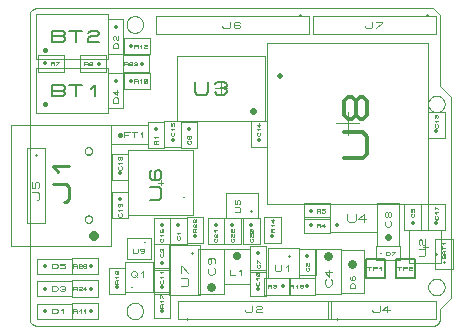
<source format=gbr>
G04 PROTEUS RS274X GERBER FILE*
%FSLAX45Y45*%
%MOMM*%
G01*
%ADD46C,0.025400*%
%ADD97C,0.400000*%
%ADD98C,0.160210*%
%ADD99C,0.840000*%
%ADD100C,0.226600*%
%ADD101C,0.320000*%
%ADD102C,0.067010*%
%ADD103C,0.212000*%
%ADD104C,0.089940*%
%ADD105C,0.050000*%
%ADD106C,0.571500*%
%ADD107C,0.172100*%
%ADD108C,0.102520*%
%ADD109C,0.270000*%
%ADD110C,0.180000*%
%ADD111C,0.162330*%
%ADD112C,0.110220*%
%ADD113C,0.495000*%
%ADD114C,0.330430*%
%ADD115C,0.304800*%
%ADD116C,0.044440*%
%ADD117C,0.140000*%
%ADD118C,0.063280*%
%ADD119C,0.254000*%
%ADD120C,0.094230*%
%ADD121C,0.420000*%
%ADD122C,0.067500*%
%ADD11C,0.200000*%
%ADD123C,0.046190*%
%ADD124C,0.800000*%
%ADD125C,0.066190*%
%ADD126C,0.076610*%
%ADD48C,0.127000*%
%ADD127C,0.558800*%
%ADD128C,0.084240*%
%ADD129C,0.680000*%
%ADD130C,0.069940*%
%ADD131C,0.268000*%
%ADD132C,0.083280*%
%ADD133C,0.041590*%
%ADD134C,0.720000*%
%ADD135C,0.099560*%
D46*
X+52000Y+2254050D02*
X+662000Y+2254050D01*
X+662000Y+2639050D01*
X+52000Y+2639050D01*
X+52000Y+2254050D01*
D97*
X+127000Y+2334050D02*
X+127000Y+2334050D01*
D98*
X+188852Y+2398487D02*
X+188852Y+2494613D01*
X+278970Y+2494613D01*
X+296993Y+2478592D01*
X+296993Y+2462571D01*
X+278970Y+2446550D01*
X+296993Y+2430529D01*
X+296993Y+2414508D01*
X+278970Y+2398487D01*
X+188852Y+2398487D01*
X+188852Y+2446550D02*
X+278970Y+2446550D01*
X+333041Y+2494613D02*
X+441182Y+2494613D01*
X+387111Y+2494613D02*
X+387111Y+2398487D01*
X+495253Y+2478592D02*
X+513277Y+2494613D01*
X+567348Y+2494613D01*
X+585371Y+2478592D01*
X+585371Y+2462571D01*
X+567348Y+2446550D01*
X+513277Y+2446550D01*
X+495253Y+2430529D01*
X+495253Y+2398487D01*
X+585371Y+2398487D01*
D46*
X+52000Y+1793650D02*
X+662000Y+1793650D01*
X+662000Y+2178650D01*
X+52000Y+2178650D01*
X+52000Y+1793650D01*
D97*
X+127000Y+1873650D02*
X+127000Y+1873650D01*
D98*
X+188852Y+1938087D02*
X+188852Y+2034213D01*
X+278970Y+2034213D01*
X+296993Y+2018192D01*
X+296993Y+2002171D01*
X+278970Y+1986150D01*
X+296993Y+1970129D01*
X+296993Y+1954108D01*
X+278970Y+1938087D01*
X+188852Y+1938087D01*
X+188852Y+1986150D02*
X+278970Y+1986150D01*
X+333041Y+2034213D02*
X+441182Y+2034213D01*
X+387111Y+2034213D02*
X+387111Y+1938087D01*
X+513277Y+2002171D02*
X+549324Y+2034213D01*
X+549324Y+1938087D01*
D46*
X+527500Y+898650D02*
X+527388Y+901346D01*
X+526477Y+906739D01*
X+524572Y+912132D01*
X+521457Y+917525D01*
X+516694Y+922850D01*
X+511301Y+926766D01*
X+505908Y+929265D01*
X+500515Y+930679D01*
X+495122Y+931150D01*
X+495000Y+931150D01*
X+462500Y+898650D02*
X+462612Y+901346D01*
X+463523Y+906739D01*
X+465428Y+912132D01*
X+468543Y+917525D01*
X+473306Y+922850D01*
X+478699Y+926766D01*
X+484092Y+929265D01*
X+489485Y+930679D01*
X+494878Y+931150D01*
X+495000Y+931150D01*
X+462500Y+898650D02*
X+462612Y+895954D01*
X+463523Y+890561D01*
X+465428Y+885168D01*
X+468543Y+879775D01*
X+473306Y+874450D01*
X+478699Y+870534D01*
X+484092Y+868035D01*
X+489485Y+866621D01*
X+494878Y+866150D01*
X+495000Y+866150D01*
X+527500Y+898650D02*
X+527388Y+895954D01*
X+526477Y+890561D01*
X+524572Y+885168D01*
X+521457Y+879775D01*
X+516694Y+874450D01*
X+511301Y+870534D01*
X+505908Y+868035D01*
X+500515Y+866621D01*
X+495122Y+866150D01*
X+495000Y+866150D01*
X+527500Y+1476650D02*
X+527388Y+1479346D01*
X+526477Y+1484739D01*
X+524572Y+1490132D01*
X+521457Y+1495525D01*
X+516694Y+1500850D01*
X+511301Y+1504766D01*
X+505908Y+1507265D01*
X+500515Y+1508679D01*
X+495122Y+1509150D01*
X+495000Y+1509150D01*
X+462500Y+1476650D02*
X+462612Y+1479346D01*
X+463523Y+1484739D01*
X+465428Y+1490132D01*
X+468543Y+1495525D01*
X+473306Y+1500850D01*
X+478699Y+1504766D01*
X+484092Y+1507265D01*
X+489485Y+1508679D01*
X+494878Y+1509150D01*
X+495000Y+1509150D01*
X+462500Y+1476650D02*
X+462612Y+1473954D01*
X+463523Y+1468561D01*
X+465428Y+1463168D01*
X+468543Y+1457775D01*
X+473306Y+1452450D01*
X+478699Y+1448534D01*
X+484092Y+1446035D01*
X+489485Y+1444621D01*
X+494878Y+1444150D01*
X+495000Y+1444150D01*
X+527500Y+1476650D02*
X+527388Y+1473954D01*
X+526477Y+1468561D01*
X+524572Y+1463168D01*
X+521457Y+1457775D01*
X+516694Y+1452450D01*
X+511301Y+1448534D01*
X+505908Y+1446035D01*
X+500515Y+1444621D01*
X+495122Y+1444150D01*
X+495000Y+1444150D01*
X-158400Y+673300D02*
X+686150Y+673300D01*
X+686150Y+1695650D01*
X-158400Y+1695650D01*
X-158400Y+673300D01*
D99*
X+545000Y+755650D02*
X+545000Y+755650D01*
D100*
X+286536Y+1043342D02*
X+309196Y+1043342D01*
X+331857Y+1068834D01*
X+331857Y+1170806D01*
X+309196Y+1196299D01*
X+195894Y+1196299D01*
X+241215Y+1298270D02*
X+195894Y+1349256D01*
X+331857Y+1349256D01*
D46*
X+63375Y+57150D02*
X+355475Y+57150D01*
X+355475Y+184150D01*
X+63375Y+184150D01*
X+63375Y+57150D01*
D101*
X+127000Y+120650D02*
X+127000Y+120650D01*
D102*
X+189560Y+100546D02*
X+189560Y+140755D01*
X+219716Y+140755D01*
X+234794Y+127352D01*
X+234794Y+113949D01*
X+219716Y+100546D01*
X+189560Y+100546D01*
X+264951Y+127352D02*
X+280029Y+140755D01*
X+280029Y+100546D01*
D46*
X+663500Y+2300175D02*
X+790500Y+2300175D01*
X+790500Y+2592275D01*
X+663500Y+2592275D01*
X+663500Y+2300175D01*
D101*
X+727000Y+2528650D02*
X+727000Y+2528650D01*
D102*
X+747104Y+2345464D02*
X+706895Y+2345464D01*
X+706895Y+2375620D01*
X+720298Y+2390698D01*
X+733701Y+2390698D01*
X+747104Y+2375620D01*
X+747104Y+2345464D01*
X+713597Y+2413316D02*
X+706895Y+2420855D01*
X+706895Y+2443472D01*
X+713597Y+2451011D01*
X+720298Y+2451011D01*
X+727000Y+2443472D01*
X+727000Y+2420855D01*
X+733701Y+2413316D01*
X+747104Y+2413316D01*
X+747104Y+2451011D01*
D46*
X+63375Y+247650D02*
X+355475Y+247650D01*
X+355475Y+374650D01*
X+63375Y+374650D01*
X+63375Y+247650D01*
D101*
X+127000Y+311150D02*
X+127000Y+311150D01*
D102*
X+189560Y+291046D02*
X+189560Y+331255D01*
X+219716Y+331255D01*
X+234794Y+317852D01*
X+234794Y+304449D01*
X+219716Y+291046D01*
X+189560Y+291046D01*
X+257412Y+324553D02*
X+264951Y+331255D01*
X+287568Y+331255D01*
X+295107Y+324553D01*
X+295107Y+317852D01*
X+287568Y+311150D01*
X+295107Y+304449D01*
X+295107Y+297747D01*
X+287568Y+291046D01*
X+264951Y+291046D01*
X+257412Y+297747D01*
X+272490Y+311150D02*
X+287568Y+311150D01*
D46*
X+63375Y+438150D02*
X+355475Y+438150D01*
X+355475Y+565150D01*
X+63375Y+565150D01*
X+63375Y+438150D01*
D101*
X+127000Y+501650D02*
X+127000Y+501650D01*
D102*
X+189560Y+481546D02*
X+189560Y+521755D01*
X+219716Y+521755D01*
X+234794Y+508352D01*
X+234794Y+494949D01*
X+219716Y+481546D01*
X+189560Y+481546D01*
X+295107Y+521755D02*
X+257412Y+521755D01*
X+257412Y+508352D01*
X+287568Y+508352D01*
X+295107Y+501650D01*
X+295107Y+488247D01*
X+287568Y+481546D01*
X+264951Y+481546D01*
X+257412Y+488247D01*
D46*
X+663500Y+1840175D02*
X+790500Y+1840175D01*
X+790500Y+2132275D01*
X+663500Y+2132275D01*
X+663500Y+1840175D01*
D101*
X+727000Y+2068650D02*
X+727000Y+2068650D01*
D102*
X+747104Y+1885464D02*
X+706895Y+1885464D01*
X+706895Y+1915620D01*
X+720298Y+1930698D01*
X+733701Y+1930698D01*
X+747104Y+1915620D01*
X+747104Y+1885464D01*
X+733701Y+1991011D02*
X+733701Y+1945777D01*
X+706895Y+1975933D01*
X+747104Y+1975933D01*
D46*
X+3347700Y+646750D02*
X+3347700Y+686750D01*
X+3327700Y+666750D02*
X+3367700Y+666750D01*
X+3212700Y+526750D02*
X+3482700Y+526750D01*
X+3482700Y+806750D01*
X+3212700Y+806750D01*
X+3212700Y+526750D01*
D103*
X+3441700Y+601750D02*
X+3441700Y+601750D01*
D104*
X+3294282Y+585799D02*
X+3339255Y+585799D01*
X+3348249Y+595917D01*
X+3348249Y+636393D01*
X+3339255Y+646512D01*
X+3294282Y+646512D01*
X+3303276Y+676868D02*
X+3294282Y+686987D01*
X+3294282Y+717344D01*
X+3303276Y+727463D01*
X+3312271Y+727463D01*
X+3321265Y+717344D01*
X+3321265Y+686987D01*
X+3330260Y+676868D01*
X+3348249Y+676868D01*
X+3348249Y+727463D01*
D105*
X+1992200Y+2280550D02*
X+1242200Y+2280550D01*
X+1242200Y+1730550D01*
X+1992200Y+1730550D01*
X+1992200Y+2280550D01*
X+1617200Y+1955550D02*
X+1617200Y+2055550D01*
X+1567200Y+2005550D02*
X+1667200Y+2005550D01*
D106*
X+1887200Y+1815050D02*
X+1887200Y+1815050D01*
D107*
X+1394273Y+2057180D02*
X+1394273Y+1971130D01*
X+1413634Y+1953920D01*
X+1491079Y+1953920D01*
X+1510440Y+1971130D01*
X+1510440Y+2057180D01*
X+1568524Y+2039970D02*
X+1587885Y+2057180D01*
X+1645969Y+2057180D01*
X+1665330Y+2039970D01*
X+1665330Y+2022760D01*
X+1645969Y+2005550D01*
X+1665330Y+1988340D01*
X+1665330Y+1971130D01*
X+1645969Y+1953920D01*
X+1587885Y+1953920D01*
X+1568524Y+1971130D01*
X+1607246Y+2005550D02*
X+1645969Y+2005550D01*
D46*
X+2538550Y+788200D02*
X+2938550Y+788200D01*
X+2938550Y+1028200D01*
X+2538550Y+1028200D01*
X+2538550Y+788200D01*
D101*
X+2603550Y+848200D02*
X+2603550Y+848200D01*
D108*
X+2687415Y+938957D02*
X+2687415Y+887695D01*
X+2698948Y+877443D01*
X+2745083Y+877443D01*
X+2756617Y+887695D01*
X+2756617Y+938957D01*
X+2848887Y+897948D02*
X+2779685Y+897948D01*
X+2825820Y+938957D01*
X+2825820Y+877443D01*
D46*
X+1661150Y+909800D02*
X+1927850Y+909800D01*
X+1927850Y+1120600D01*
X+1661150Y+1120600D01*
X+1661150Y+909800D01*
D109*
X+1874500Y+965200D02*
X+1874500Y+965200D01*
D102*
X+1740376Y+955008D02*
X+1773816Y+955008D01*
X+1780504Y+962532D01*
X+1780504Y+992628D01*
X+1773816Y+1000152D01*
X+1740376Y+1000152D01*
X+1740376Y+1060344D02*
X+1740376Y+1022724D01*
X+1753752Y+1022724D01*
X+1753752Y+1052820D01*
X+1760440Y+1060344D01*
X+1773816Y+1060344D01*
X+1780504Y+1052820D01*
X+1780504Y+1030248D01*
X+1773816Y+1022724D01*
D46*
X+1127500Y+1207650D02*
X+1087500Y+1207650D01*
X+1107500Y+1187650D02*
X+1107500Y+1227650D01*
X+832500Y+932650D02*
X+1382500Y+932650D01*
X+1382500Y+1482650D01*
X+832500Y+1482650D01*
X+832500Y+932650D01*
D110*
X+1302500Y+1087650D02*
X+1302500Y+1087650D01*
D111*
X+1013664Y+1061547D02*
X+1094832Y+1061547D01*
X+1111066Y+1079809D01*
X+1111066Y+1152861D01*
X+1094832Y+1171124D01*
X+1013664Y+1171124D01*
X+1029898Y+1317227D02*
X+1013664Y+1298964D01*
X+1013664Y+1244175D01*
X+1029898Y+1225912D01*
X+1094832Y+1225912D01*
X+1111066Y+1244175D01*
X+1111066Y+1298964D01*
X+1094832Y+1317227D01*
X+1078599Y+1317227D01*
X+1062365Y+1298964D01*
X+1062365Y+1225912D01*
D46*
X+1174750Y+257300D02*
X+1441450Y+257300D01*
X+1441450Y+676400D01*
X+1174750Y+676400D01*
X+1174750Y+257300D01*
D109*
X+1375550Y+612900D02*
X+1375550Y+612900D01*
D112*
X+1275033Y+328515D02*
X+1330145Y+328515D01*
X+1341167Y+340915D01*
X+1341167Y+390515D01*
X+1330145Y+402915D01*
X+1275033Y+402915D01*
X+1275033Y+440115D02*
X+1275033Y+502115D01*
X+1286055Y+502115D01*
X+1341167Y+440115D01*
D46*
X+2589900Y+1709650D02*
X+2789900Y+1709650D01*
X+2689900Y+1809650D02*
X+2689900Y+1609650D01*
X+2009900Y+1029650D02*
X+3369900Y+1029650D01*
X+3369900Y+2389650D01*
X+2009900Y+2389650D01*
X+2009900Y+1029650D01*
D113*
X+2119900Y+2109650D02*
X+2119900Y+2109650D01*
D114*
X+2658779Y+1412257D02*
X+2823997Y+1412257D01*
X+2857041Y+1449431D01*
X+2857041Y+1598127D01*
X+2823997Y+1635301D01*
X+2658779Y+1635301D01*
X+2757910Y+1783998D02*
X+2724866Y+1746824D01*
X+2691823Y+1746824D01*
X+2658779Y+1783998D01*
X+2658779Y+1895520D01*
X+2691823Y+1932694D01*
X+2724866Y+1932694D01*
X+2757910Y+1895520D01*
X+2757910Y+1783998D01*
X+2790954Y+1746824D01*
X+2823997Y+1746824D01*
X+2857041Y+1783998D01*
X+2857041Y+1895520D01*
X+2823997Y+1932694D01*
X+2790954Y+1932694D01*
X+2757910Y+1895520D01*
D46*
X+794000Y+1998650D02*
X+1014000Y+1998650D01*
X+1014000Y+2138650D01*
X+794000Y+2138650D01*
X+794000Y+1998650D01*
D115*
X+854000Y+2068650D02*
X+854000Y+2068650D01*
D116*
X+882258Y+2055317D02*
X+882258Y+2081983D01*
X+907256Y+2081983D01*
X+912256Y+2077539D01*
X+912256Y+2073094D01*
X+907256Y+2068650D01*
X+882258Y+2068650D01*
X+907256Y+2068650D02*
X+912256Y+2064206D01*
X+912256Y+2055317D01*
X+932255Y+2073094D02*
X+942255Y+2081983D01*
X+942255Y+2055317D01*
X+962254Y+2059761D02*
X+962254Y+2077539D01*
X+967253Y+2081983D01*
X+987252Y+2081983D01*
X+992252Y+2077539D01*
X+992252Y+2059761D01*
X+987252Y+2055317D01*
X+967253Y+2055317D01*
X+962254Y+2059761D01*
X+962254Y+2055317D02*
X+992252Y+2081983D01*
D46*
X+356890Y+241150D02*
X+576890Y+241150D01*
X+576890Y+381150D01*
X+356890Y+381150D01*
X+356890Y+241150D01*
D115*
X+516890Y+311150D02*
X+516890Y+311150D01*
D116*
X+368638Y+297817D02*
X+368638Y+324483D01*
X+393636Y+324483D01*
X+398636Y+320039D01*
X+398636Y+315594D01*
X+393636Y+311150D01*
X+368638Y+311150D01*
X+393636Y+311150D02*
X+398636Y+306706D01*
X+398636Y+297817D01*
X+413635Y+320039D02*
X+418635Y+324483D01*
X+433634Y+324483D01*
X+438634Y+320039D01*
X+438634Y+315594D01*
X+433634Y+311150D01*
X+418635Y+311150D01*
X+413635Y+306706D01*
X+413635Y+297817D01*
X+438634Y+297817D01*
X+478632Y+306706D02*
X+448634Y+306706D01*
X+468633Y+324483D01*
X+468633Y+297817D01*
D46*
X+356890Y+431650D02*
X+576890Y+431650D01*
X+576890Y+571650D01*
X+356890Y+571650D01*
X+356890Y+431650D01*
D115*
X+516890Y+501650D02*
X+516890Y+501650D01*
D116*
X+368638Y+488317D02*
X+368638Y+514983D01*
X+393636Y+514983D01*
X+398636Y+510539D01*
X+398636Y+506094D01*
X+393636Y+501650D01*
X+368638Y+501650D01*
X+393636Y+501650D02*
X+398636Y+497206D01*
X+398636Y+488317D01*
X+413635Y+510539D02*
X+418635Y+514983D01*
X+433634Y+514983D01*
X+438634Y+510539D01*
X+438634Y+506094D01*
X+433634Y+501650D01*
X+418635Y+501650D01*
X+413635Y+497206D01*
X+413635Y+488317D01*
X+438634Y+488317D01*
X+478632Y+510539D02*
X+473632Y+514983D01*
X+458633Y+514983D01*
X+453633Y+510539D01*
X+453633Y+492761D01*
X+458633Y+488317D01*
X+473632Y+488317D01*
X+478632Y+492761D01*
X+478632Y+497206D01*
X+473632Y+501650D01*
X+453633Y+501650D01*
D46*
X+356890Y+50650D02*
X+576890Y+50650D01*
X+576890Y+190650D01*
X+356890Y+190650D01*
X+356890Y+50650D01*
D115*
X+516890Y+120650D02*
X+516890Y+120650D01*
D116*
X+368638Y+107317D02*
X+368638Y+133983D01*
X+393636Y+133983D01*
X+398636Y+129539D01*
X+398636Y+125094D01*
X+393636Y+120650D01*
X+368638Y+120650D01*
X+393636Y+120650D02*
X+398636Y+116206D01*
X+398636Y+107317D01*
X+418635Y+125094D02*
X+428635Y+133983D01*
X+428635Y+107317D01*
X+458633Y+125094D02*
X+468633Y+133983D01*
X+468633Y+107317D01*
D46*
X+785440Y+2144700D02*
X+1005440Y+2144700D01*
X+1005440Y+2284700D01*
X+785440Y+2284700D01*
X+785440Y+2144700D01*
D115*
X+945440Y+2214700D02*
X+945440Y+2214700D01*
D116*
X+797188Y+2201367D02*
X+797188Y+2228033D01*
X+822186Y+2228033D01*
X+827186Y+2223589D01*
X+827186Y+2219144D01*
X+822186Y+2214700D01*
X+797188Y+2214700D01*
X+822186Y+2214700D02*
X+827186Y+2210256D01*
X+827186Y+2201367D01*
X+842185Y+2223589D02*
X+847185Y+2228033D01*
X+862184Y+2228033D01*
X+867184Y+2223589D01*
X+867184Y+2219144D01*
X+862184Y+2214700D01*
X+847185Y+2214700D01*
X+842185Y+2210256D01*
X+842185Y+2201367D01*
X+867184Y+2201367D01*
X+882183Y+2223589D02*
X+887183Y+2228033D01*
X+902182Y+2228033D01*
X+907182Y+2223589D01*
X+907182Y+2219144D01*
X+902182Y+2214700D01*
X+907182Y+2210256D01*
X+907182Y+2205811D01*
X+902182Y+2201367D01*
X+887183Y+2201367D01*
X+882183Y+2205811D01*
X+892183Y+2214700D02*
X+902182Y+2214700D01*
D46*
X+525000Y+898650D02*
X+524897Y+901139D01*
X+524055Y+906119D01*
X+522295Y+911099D01*
X+519418Y+916079D01*
X+515017Y+920995D01*
X+510037Y+924609D01*
X+505057Y+926914D01*
X+500077Y+928217D01*
X+495097Y+928650D01*
X+495000Y+928650D01*
X+465000Y+898650D02*
X+465103Y+901139D01*
X+465945Y+906119D01*
X+467705Y+911099D01*
X+470582Y+916079D01*
X+474983Y+920995D01*
X+479963Y+924609D01*
X+484943Y+926914D01*
X+489923Y+928217D01*
X+494903Y+928650D01*
X+495000Y+928650D01*
X+465000Y+898650D02*
X+465103Y+896161D01*
X+465945Y+891181D01*
X+467705Y+886201D01*
X+470582Y+881221D01*
X+474983Y+876305D01*
X+479963Y+872691D01*
X+484943Y+870386D01*
X+489923Y+869083D01*
X+494903Y+868650D01*
X+495000Y+868650D01*
X+525000Y+898650D02*
X+524897Y+896161D01*
X+524055Y+891181D01*
X+522295Y+886201D01*
X+519418Y+881221D01*
X+515017Y+876305D01*
X+510037Y+872691D01*
X+505057Y+870386D01*
X+500077Y+869083D01*
X+495097Y+868650D01*
X+495000Y+868650D01*
X+525000Y+1476650D02*
X+524897Y+1479139D01*
X+524055Y+1484119D01*
X+522295Y+1489099D01*
X+519418Y+1494079D01*
X+515017Y+1498995D01*
X+510037Y+1502609D01*
X+505057Y+1504914D01*
X+500077Y+1506217D01*
X+495097Y+1506650D01*
X+495000Y+1506650D01*
X+465000Y+1476650D02*
X+465103Y+1479139D01*
X+465945Y+1484119D01*
X+467705Y+1489099D01*
X+470582Y+1494079D01*
X+474983Y+1498995D01*
X+479963Y+1502609D01*
X+484943Y+1504914D01*
X+489923Y+1506217D01*
X+494903Y+1506650D01*
X+495000Y+1506650D01*
X+465000Y+1476650D02*
X+465103Y+1474161D01*
X+465945Y+1469181D01*
X+467705Y+1464201D01*
X+470582Y+1459221D01*
X+474983Y+1454305D01*
X+479963Y+1450691D01*
X+484943Y+1448386D01*
X+489923Y+1447083D01*
X+494903Y+1446650D01*
X+495000Y+1446650D01*
X+525000Y+1476650D02*
X+524897Y+1474161D01*
X+524055Y+1469181D01*
X+522295Y+1464201D01*
X+519418Y+1459221D01*
X+515017Y+1454305D01*
X+510037Y+1450691D01*
X+505057Y+1448386D01*
X+500077Y+1447083D01*
X+495097Y+1446650D01*
X+495000Y+1446650D01*
X+825600Y+561400D02*
X+1025600Y+561400D01*
X+1025600Y+741400D01*
X+825600Y+741400D01*
X+825600Y+561400D01*
D117*
X+978300Y+708900D02*
X+978300Y+708900D01*
D118*
X+868648Y+649999D02*
X+868648Y+618359D01*
X+875767Y+612031D01*
X+904243Y+612031D01*
X+911362Y+618359D01*
X+911362Y+649999D01*
X+968314Y+637343D02*
X+961195Y+631015D01*
X+939838Y+631015D01*
X+932719Y+637343D01*
X+932719Y+643671D01*
X+939838Y+649999D01*
X+961195Y+649999D01*
X+968314Y+643671D01*
X+968314Y+618359D01*
X+961195Y+612031D01*
X+939838Y+612031D01*
D46*
X+959000Y+2546350D02*
X+958761Y+2552129D01*
X+956819Y+2563689D01*
X+952756Y+2575249D01*
X+946123Y+2586809D01*
X+935976Y+2598247D01*
X+924416Y+2606730D01*
X+912856Y+2612160D01*
X+901296Y+2615262D01*
X+889736Y+2616346D01*
X+889000Y+2616350D01*
X+819000Y+2546350D02*
X+819239Y+2552129D01*
X+821181Y+2563689D01*
X+825244Y+2575249D01*
X+831877Y+2586809D01*
X+842024Y+2598247D01*
X+853584Y+2606730D01*
X+865144Y+2612160D01*
X+876704Y+2615262D01*
X+888264Y+2616346D01*
X+889000Y+2616350D01*
X+819000Y+2546350D02*
X+819239Y+2540571D01*
X+821181Y+2529011D01*
X+825244Y+2517451D01*
X+831877Y+2505891D01*
X+842024Y+2494453D01*
X+853584Y+2485970D01*
X+865144Y+2480540D01*
X+876704Y+2477438D01*
X+888264Y+2476354D01*
X+889000Y+2476350D01*
X+959000Y+2546350D02*
X+958761Y+2540571D01*
X+956819Y+2529011D01*
X+952756Y+2517451D01*
X+946123Y+2505891D01*
X+935976Y+2494453D01*
X+924416Y+2485970D01*
X+912856Y+2480540D01*
X+901296Y+2477438D01*
X+889736Y+2476354D01*
X+889000Y+2476350D01*
X+959000Y+120650D02*
X+958761Y+126429D01*
X+956819Y+137989D01*
X+952756Y+149549D01*
X+946123Y+161109D01*
X+935976Y+172547D01*
X+924416Y+181030D01*
X+912856Y+186460D01*
X+901296Y+189562D01*
X+889736Y+190646D01*
X+889000Y+190650D01*
X+819000Y+120650D02*
X+819239Y+126429D01*
X+821181Y+137989D01*
X+825244Y+149549D01*
X+831877Y+161109D01*
X+842024Y+172547D01*
X+853584Y+181030D01*
X+865144Y+186460D01*
X+876704Y+189562D01*
X+888264Y+190646D01*
X+889000Y+190650D01*
X+819000Y+120650D02*
X+819239Y+114871D01*
X+821181Y+103311D01*
X+825244Y+91751D01*
X+831877Y+80191D01*
X+842024Y+68753D01*
X+853584Y+60270D01*
X+865144Y+54840D01*
X+876704Y+51738D01*
X+888264Y+50654D01*
X+889000Y+50650D01*
X+959000Y+120650D02*
X+958761Y+114871D01*
X+956819Y+103311D01*
X+952756Y+91751D01*
X+946123Y+80191D01*
X+935976Y+68753D01*
X+924416Y+60270D01*
X+912856Y+54840D01*
X+901296Y+51738D01*
X+889736Y+50654D01*
X+889000Y+50650D01*
X+1066800Y+2470150D02*
X+2362200Y+2470150D01*
X+2362200Y+2622550D01*
X+1066800Y+2622550D01*
X+1066800Y+2470150D01*
D119*
X+2286000Y+2628900D02*
X+2286000Y+2628900D01*
D120*
X+1629690Y+2533116D02*
X+1629690Y+2523693D01*
X+1640291Y+2514269D01*
X+1682696Y+2514269D01*
X+1693297Y+2523693D01*
X+1693297Y+2570810D01*
X+1778107Y+2561386D02*
X+1767506Y+2570810D01*
X+1735702Y+2570810D01*
X+1725101Y+2561386D01*
X+1725101Y+2523693D01*
X+1735702Y+2514269D01*
X+1767506Y+2514269D01*
X+1778107Y+2523693D01*
X+1778107Y+2533116D01*
X+1767506Y+2542540D01*
X+1725101Y+2542540D01*
D46*
X+2400300Y+2470150D02*
X+3441700Y+2470150D01*
X+3441700Y+2622550D01*
X+2400300Y+2622550D01*
X+2400300Y+2470150D01*
D119*
X+3365500Y+2628900D02*
X+3365500Y+2628900D01*
D120*
X+2836190Y+2533116D02*
X+2836190Y+2523693D01*
X+2846791Y+2514269D01*
X+2889196Y+2514269D01*
X+2899797Y+2523693D01*
X+2899797Y+2570810D01*
X+2931601Y+2570810D02*
X+2984607Y+2570810D01*
X+2984607Y+2561386D01*
X+2931601Y+2514269D01*
D46*
X+3416300Y+2684780D02*
X+3472180Y+2628900D01*
X+3472180Y+2021840D01*
X+3469640Y+137160D02*
X+3469640Y+45720D01*
X+2527300Y+57150D02*
X+3441700Y+57150D01*
X+3441700Y+209550D01*
X+2527300Y+209550D01*
X+2527300Y+57150D01*
D119*
X+2603500Y+50800D02*
X+2603500Y+50800D01*
D120*
X+2899690Y+127736D02*
X+2899690Y+118313D01*
X+2910291Y+108889D01*
X+2952696Y+108889D01*
X+2963297Y+118313D01*
X+2963297Y+165430D01*
X+3048107Y+127736D02*
X+2984500Y+127736D01*
X+3026905Y+165430D01*
X+3026905Y+108889D01*
D46*
X+1257300Y+57150D02*
X+2552700Y+57150D01*
X+2552700Y+209550D01*
X+1257300Y+209550D01*
X+1257300Y+57150D01*
D119*
X+1333500Y+50800D02*
X+1333500Y+50800D01*
D120*
X+1820190Y+127736D02*
X+1820190Y+118313D01*
X+1830791Y+108889D01*
X+1873196Y+108889D01*
X+1883797Y+118313D01*
X+1883797Y+165430D01*
X+1915601Y+156006D02*
X+1926202Y+165430D01*
X+1958006Y+165430D01*
X+1968607Y+156006D01*
X+1968607Y+146583D01*
X+1958006Y+137160D01*
X+1926202Y+137160D01*
X+1915601Y+127736D01*
X+1915601Y+108889D01*
X+1968607Y+108889D01*
D46*
X+3469640Y+45720D02*
X+3465721Y+25727D01*
X+3454956Y+9604D01*
X+3438833Y-1161D01*
X+3418840Y-5080D01*
X+50800Y-5080D02*
X+30807Y-1161D01*
X+14684Y+9604D01*
X+3919Y+25727D01*
X+0Y+45720D01*
X+0Y+2633980D02*
X+3919Y+2653973D01*
X+14684Y+2670096D01*
X+30807Y+2680861D01*
X+50800Y+2684780D01*
X+0Y+2633980D02*
X+0Y+45720D01*
X+50800Y-5080D02*
X+3418840Y-5080D01*
X+50800Y+2684780D02*
X+3416300Y+2684780D01*
X+3469640Y+137160D02*
X+3563620Y+231140D01*
X+3472180Y+2021840D02*
X+3563620Y+1930400D01*
X+3563620Y+231140D01*
X+3511700Y+323850D02*
X+3511461Y+329629D01*
X+3509519Y+341189D01*
X+3505456Y+352749D01*
X+3498823Y+364309D01*
X+3488676Y+375747D01*
X+3477116Y+384230D01*
X+3465556Y+389660D01*
X+3453996Y+392762D01*
X+3442436Y+393846D01*
X+3441700Y+393850D01*
X+3371700Y+323850D02*
X+3371939Y+329629D01*
X+3373881Y+341189D01*
X+3377944Y+352749D01*
X+3384577Y+364309D01*
X+3394724Y+375747D01*
X+3406284Y+384230D01*
X+3417844Y+389660D01*
X+3429404Y+392762D01*
X+3440964Y+393846D01*
X+3441700Y+393850D01*
X+3371700Y+323850D02*
X+3371939Y+318071D01*
X+3373881Y+306511D01*
X+3377944Y+294951D01*
X+3384577Y+283391D01*
X+3394724Y+271953D01*
X+3406284Y+263470D01*
X+3417844Y+258040D01*
X+3429404Y+254938D01*
X+3440964Y+253854D01*
X+3441700Y+253850D01*
X+3511700Y+323850D02*
X+3511461Y+318071D01*
X+3509519Y+306511D01*
X+3505456Y+294951D01*
X+3498823Y+283391D01*
X+3488676Y+271953D01*
X+3477116Y+263470D01*
X+3465556Y+258040D01*
X+3453996Y+254938D01*
X+3442436Y+253854D01*
X+3441700Y+253850D01*
X+3511700Y+1873250D02*
X+3511461Y+1879029D01*
X+3509519Y+1890589D01*
X+3505456Y+1902149D01*
X+3498823Y+1913709D01*
X+3488676Y+1925147D01*
X+3477116Y+1933630D01*
X+3465556Y+1939060D01*
X+3453996Y+1942162D01*
X+3442436Y+1943246D01*
X+3441700Y+1943250D01*
X+3371700Y+1873250D02*
X+3371939Y+1879029D01*
X+3373881Y+1890589D01*
X+3377944Y+1902149D01*
X+3384577Y+1913709D01*
X+3394724Y+1925147D01*
X+3406284Y+1933630D01*
X+3417844Y+1939060D01*
X+3429404Y+1942162D01*
X+3440964Y+1943246D01*
X+3441700Y+1943250D01*
X+3371700Y+1873250D02*
X+3371939Y+1867471D01*
X+3373881Y+1855911D01*
X+3377944Y+1844351D01*
X+3384577Y+1832791D01*
X+3394724Y+1821353D01*
X+3406284Y+1812870D01*
X+3417844Y+1807440D01*
X+3429404Y+1804338D01*
X+3440964Y+1803254D01*
X+3441700Y+1803250D01*
X+3511700Y+1873250D02*
X+3511461Y+1867471D01*
X+3509519Y+1855911D01*
X+3505456Y+1844351D01*
X+3498823Y+1832791D01*
X+3488676Y+1821353D01*
X+3477116Y+1812870D01*
X+3465556Y+1807440D01*
X+3453996Y+1804338D01*
X+3442436Y+1803254D01*
X+3441700Y+1803250D01*
X+686300Y+1531535D02*
X+997450Y+1531535D01*
X+997450Y+1696635D01*
X+686300Y+1696635D01*
X+686300Y+1531535D01*
D121*
X+762500Y+1614090D02*
X+762500Y+1614090D01*
D122*
X+799978Y+1593833D02*
X+799978Y+1634336D01*
X+845544Y+1634336D01*
X+799978Y+1614085D02*
X+830355Y+1614085D01*
X+860733Y+1634336D02*
X+906299Y+1634336D01*
X+883516Y+1634336D02*
X+883516Y+1593833D01*
X+936676Y+1620835D02*
X+951865Y+1634336D01*
X+951865Y+1593833D01*
D46*
X+997500Y+1502650D02*
X+1137500Y+1502650D01*
X+1137500Y+1722650D01*
X+997500Y+1722650D01*
X+997500Y+1502650D01*
D115*
X+1067500Y+1662650D02*
X+1067500Y+1662650D01*
D116*
X+1080833Y+1534397D02*
X+1054167Y+1534397D01*
X+1054167Y+1559395D01*
X+1058611Y+1564395D01*
X+1063056Y+1564395D01*
X+1067500Y+1559395D01*
X+1067500Y+1534397D01*
X+1067500Y+1559395D02*
X+1071944Y+1564395D01*
X+1080833Y+1564395D01*
X+1063056Y+1584394D02*
X+1054167Y+1594394D01*
X+1080833Y+1594394D01*
D46*
X+3371700Y+1582110D02*
X+3511700Y+1582110D01*
X+3511700Y+1802110D01*
X+3371700Y+1802110D01*
X+3371700Y+1582110D01*
D115*
X+3441700Y+1642110D02*
X+3441700Y+1642110D01*
D116*
X+3450589Y+1700366D02*
X+3455033Y+1695366D01*
X+3455033Y+1680367D01*
X+3446144Y+1670368D01*
X+3437256Y+1670368D01*
X+3428367Y+1680367D01*
X+3428367Y+1695366D01*
X+3432811Y+1700366D01*
X+3437256Y+1720365D02*
X+3428367Y+1730365D01*
X+3455033Y+1730365D01*
X+3432811Y+1755363D02*
X+3428367Y+1760363D01*
X+3428367Y+1775362D01*
X+3432811Y+1780362D01*
X+3437256Y+1780362D01*
X+3441700Y+1775362D01*
X+3446144Y+1780362D01*
X+3450589Y+1780362D01*
X+3455033Y+1775362D01*
X+3455033Y+1760363D01*
X+3450589Y+1755363D01*
X+3441700Y+1765363D02*
X+3441700Y+1775362D01*
D46*
X+1867750Y+1511210D02*
X+2007750Y+1511210D01*
X+2007750Y+1731210D01*
X+1867750Y+1731210D01*
X+1867750Y+1511210D01*
D115*
X+1937750Y+1571210D02*
X+1937750Y+1571210D01*
D116*
X+1946639Y+1629466D02*
X+1951083Y+1624466D01*
X+1951083Y+1609467D01*
X+1942194Y+1599468D01*
X+1933306Y+1599468D01*
X+1924417Y+1609467D01*
X+1924417Y+1624466D01*
X+1928861Y+1629466D01*
X+1933306Y+1649465D02*
X+1924417Y+1659465D01*
X+1951083Y+1659465D01*
X+1942194Y+1709462D02*
X+1942194Y+1679464D01*
X+1924417Y+1699463D01*
X+1951083Y+1699463D01*
D46*
X+2932450Y+549600D02*
X+3132450Y+549600D01*
X+3132450Y+669600D01*
X+2932450Y+669600D01*
X+2932450Y+549600D01*
D11*
X+2972450Y+609600D02*
X+2972450Y+609600D01*
D123*
X+3016514Y+595743D02*
X+3016514Y+623457D01*
X+3037299Y+623457D01*
X+3047692Y+614219D01*
X+3047692Y+604981D01*
X+3037299Y+595743D01*
X+3016514Y+595743D01*
X+3063281Y+623457D02*
X+3089263Y+623457D01*
X+3089263Y+618838D01*
X+3063281Y+595743D01*
D46*
X+1137500Y+1511210D02*
X+1277500Y+1511210D01*
X+1277500Y+1731210D01*
X+1137500Y+1731210D01*
X+1137500Y+1511210D01*
D115*
X+1207500Y+1571210D02*
X+1207500Y+1571210D01*
D116*
X+1216389Y+1629466D02*
X+1220833Y+1624466D01*
X+1220833Y+1609467D01*
X+1211944Y+1599468D01*
X+1203056Y+1599468D01*
X+1194167Y+1609467D01*
X+1194167Y+1624466D01*
X+1198611Y+1629466D01*
X+1203056Y+1649465D02*
X+1194167Y+1659465D01*
X+1220833Y+1659465D01*
X+1194167Y+1709462D02*
X+1194167Y+1684463D01*
X+1203056Y+1684463D01*
X+1203056Y+1704462D01*
X+1207500Y+1709462D01*
X+1216389Y+1709462D01*
X+1220833Y+1704462D01*
X+1220833Y+1689463D01*
X+1216389Y+1684463D01*
D46*
X+1047600Y+690900D02*
X+1187600Y+690900D01*
X+1187600Y+910900D01*
X+1047600Y+910900D01*
X+1047600Y+690900D01*
D115*
X+1117600Y+850900D02*
X+1117600Y+850900D01*
D116*
X+1126489Y+732646D02*
X+1130933Y+727646D01*
X+1130933Y+712647D01*
X+1122044Y+702648D01*
X+1113156Y+702648D01*
X+1104267Y+712647D01*
X+1104267Y+727646D01*
X+1108711Y+732646D01*
X+1113156Y+752645D02*
X+1104267Y+762645D01*
X+1130933Y+762645D01*
X+1108711Y+812642D02*
X+1104267Y+807642D01*
X+1104267Y+792643D01*
X+1108711Y+787643D01*
X+1126489Y+787643D01*
X+1130933Y+792643D01*
X+1130933Y+807642D01*
X+1126489Y+812642D01*
X+1122044Y+812642D01*
X+1117600Y+807642D01*
X+1117600Y+787643D01*
D46*
X+692500Y+1227650D02*
X+832500Y+1227650D01*
X+832500Y+1447650D01*
X+692500Y+1447650D01*
X+692500Y+1227650D01*
D115*
X+762500Y+1287650D02*
X+762500Y+1287650D01*
D116*
X+771389Y+1345906D02*
X+775833Y+1340906D01*
X+775833Y+1325907D01*
X+766944Y+1315908D01*
X+758056Y+1315908D01*
X+749167Y+1325907D01*
X+749167Y+1340906D01*
X+753611Y+1345906D01*
X+758056Y+1365905D02*
X+749167Y+1375905D01*
X+775833Y+1375905D01*
X+762500Y+1405903D02*
X+758056Y+1400903D01*
X+753611Y+1400903D01*
X+749167Y+1405903D01*
X+749167Y+1420902D01*
X+753611Y+1425902D01*
X+758056Y+1425902D01*
X+762500Y+1420902D01*
X+762500Y+1405903D01*
X+766944Y+1400903D01*
X+771389Y+1400903D01*
X+775833Y+1405903D01*
X+775833Y+1420902D01*
X+771389Y+1425902D01*
X+766944Y+1425902D01*
X+762500Y+1420902D01*
D46*
X+692500Y+907650D02*
X+832500Y+907650D01*
X+832500Y+1127650D01*
X+692500Y+1127650D01*
X+692500Y+907650D01*
D115*
X+762500Y+1067650D02*
X+762500Y+1067650D01*
D116*
X+771389Y+949396D02*
X+775833Y+944396D01*
X+775833Y+929397D01*
X+766944Y+919398D01*
X+758056Y+919398D01*
X+749167Y+929397D01*
X+749167Y+944396D01*
X+753611Y+949396D01*
X+758056Y+969395D02*
X+749167Y+979395D01*
X+775833Y+979395D01*
X+758056Y+1029392D02*
X+762500Y+1024392D01*
X+762500Y+1009393D01*
X+758056Y+1004393D01*
X+753611Y+1004393D01*
X+749167Y+1009393D01*
X+749167Y+1024392D01*
X+753611Y+1029392D01*
X+771389Y+1029392D01*
X+775833Y+1024392D01*
X+775833Y+1009393D01*
D46*
X+2635500Y+270200D02*
X+2825500Y+270200D01*
X+2825500Y+640200D01*
X+2635500Y+640200D01*
X+2635500Y+270200D01*
D124*
X+2730500Y+520200D02*
X+2730500Y+520200D01*
D125*
X+2750357Y+314994D02*
X+2710643Y+314994D01*
X+2710643Y+344779D01*
X+2723881Y+359672D01*
X+2737119Y+359672D01*
X+2750357Y+344779D01*
X+2750357Y+314994D01*
X+2717262Y+419243D02*
X+2710643Y+411796D01*
X+2710643Y+389457D01*
X+2717262Y+382011D01*
X+2743738Y+382011D01*
X+2750357Y+389457D01*
X+2750357Y+411796D01*
X+2743738Y+419243D01*
X+2737119Y+419243D01*
X+2730500Y+411796D01*
X+2730500Y+382011D01*
D46*
X+805600Y+282300D02*
X+1045600Y+282300D01*
X+1045600Y+532300D01*
X+805600Y+532300D01*
X+805600Y+282300D01*
D11*
X+860600Y+322300D02*
X+860600Y+322300D01*
D126*
X+856649Y+440596D02*
X+873886Y+455919D01*
X+891124Y+455919D01*
X+908362Y+440596D01*
X+908362Y+425274D01*
X+891124Y+409951D01*
X+873886Y+409951D01*
X+856649Y+425274D01*
X+856649Y+440596D01*
X+891124Y+425274D02*
X+908362Y+409951D01*
X+942837Y+440596D02*
X+960075Y+455919D01*
X+960075Y+409951D01*
D46*
X+666600Y+262300D02*
X+806600Y+262300D01*
X+806600Y+482300D01*
X+666600Y+482300D01*
X+666600Y+262300D01*
D115*
X+736600Y+322300D02*
X+736600Y+322300D01*
D116*
X+749933Y+350558D02*
X+723267Y+350558D01*
X+723267Y+375556D01*
X+727711Y+380556D01*
X+732156Y+380556D01*
X+736600Y+375556D01*
X+736600Y+350558D01*
X+736600Y+375556D02*
X+741044Y+380556D01*
X+749933Y+380556D01*
X+732156Y+400555D02*
X+723267Y+410555D01*
X+749933Y+410555D01*
X+727711Y+460552D02*
X+723267Y+455552D01*
X+723267Y+440553D01*
X+727711Y+435553D01*
X+745489Y+435553D01*
X+749933Y+440553D01*
X+749933Y+455552D01*
X+745489Y+460552D01*
X+741044Y+460552D01*
X+736600Y+455552D01*
X+736600Y+435553D01*
D46*
X+1047600Y+59100D02*
X+1187600Y+59100D01*
X+1187600Y+279100D01*
X+1047600Y+279100D01*
X+1047600Y+59100D01*
D115*
X+1117600Y+119100D02*
X+1117600Y+119100D01*
D116*
X+1130933Y+147358D02*
X+1104267Y+147358D01*
X+1104267Y+172356D01*
X+1108711Y+177356D01*
X+1113156Y+177356D01*
X+1117600Y+172356D01*
X+1117600Y+147358D01*
X+1117600Y+172356D02*
X+1122044Y+177356D01*
X+1130933Y+177356D01*
X+1113156Y+197355D02*
X+1104267Y+207355D01*
X+1130933Y+207355D01*
X+1104267Y+232353D02*
X+1104267Y+257352D01*
X+1108711Y+257352D01*
X+1130933Y+232353D01*
D46*
X+1277200Y+1502650D02*
X+1417200Y+1502650D01*
X+1417200Y+1722650D01*
X+1277200Y+1722650D01*
X+1277200Y+1502650D01*
D115*
X+1347200Y+1662650D02*
X+1347200Y+1662650D01*
D116*
X+1356089Y+1564395D02*
X+1360533Y+1559395D01*
X+1360533Y+1544396D01*
X+1351644Y+1534397D01*
X+1342756Y+1534397D01*
X+1333867Y+1544396D01*
X+1333867Y+1559395D01*
X+1338311Y+1564395D01*
X+1338311Y+1604393D02*
X+1333867Y+1599393D01*
X+1333867Y+1584394D01*
X+1338311Y+1579394D01*
X+1356089Y+1579394D01*
X+1360533Y+1584394D01*
X+1360533Y+1599393D01*
X+1356089Y+1604393D01*
X+1351644Y+1604393D01*
X+1347200Y+1599393D01*
X+1347200Y+1579394D01*
D46*
X+3171000Y+807410D02*
X+3311000Y+807410D01*
X+3311000Y+1027410D01*
X+3171000Y+1027410D01*
X+3171000Y+807410D01*
D115*
X+3241000Y+867410D02*
X+3241000Y+867410D01*
D116*
X+3249889Y+945665D02*
X+3254333Y+940665D01*
X+3254333Y+925666D01*
X+3245444Y+915667D01*
X+3236556Y+915667D01*
X+3227667Y+925666D01*
X+3227667Y+940665D01*
X+3232111Y+945665D01*
X+3227667Y+985663D02*
X+3227667Y+960664D01*
X+3236556Y+960664D01*
X+3236556Y+980663D01*
X+3241000Y+985663D01*
X+3249889Y+985663D01*
X+3254333Y+980663D01*
X+3254333Y+965664D01*
X+3249889Y+960664D01*
D46*
X+3371700Y+807410D02*
X+3511700Y+807410D01*
X+3511700Y+1027410D01*
X+3371700Y+1027410D01*
X+3371700Y+807410D01*
D115*
X+3441700Y+867410D02*
X+3441700Y+867410D01*
D116*
X+3450589Y+925666D02*
X+3455033Y+920666D01*
X+3455033Y+905667D01*
X+3446144Y+895668D01*
X+3437256Y+895668D01*
X+3428367Y+905667D01*
X+3428367Y+920666D01*
X+3432811Y+925666D01*
X+3437256Y+945665D02*
X+3428367Y+955665D01*
X+3455033Y+955665D01*
X+3428367Y+980663D02*
X+3428367Y+1005662D01*
X+3432811Y+1005662D01*
X+3455033Y+980663D01*
D46*
X+1982300Y+699460D02*
X+2122300Y+699460D01*
X+2122300Y+919460D01*
X+1982300Y+919460D01*
X+1982300Y+699460D01*
D115*
X+2052300Y+759460D02*
X+2052300Y+759460D01*
D116*
X+2065633Y+787718D02*
X+2038967Y+787718D01*
X+2038967Y+812716D01*
X+2043411Y+817716D01*
X+2047856Y+817716D01*
X+2052300Y+812716D01*
X+2052300Y+787718D01*
X+2052300Y+812716D02*
X+2056744Y+817716D01*
X+2065633Y+817716D01*
X+2047856Y+837715D02*
X+2038967Y+847715D01*
X+2065633Y+847715D01*
X+2056744Y+897712D02*
X+2056744Y+867714D01*
X+2038967Y+887713D01*
X+2065633Y+887713D01*
D48*
X+2842061Y+401250D02*
X+3004761Y+401250D01*
X+3004761Y+563950D01*
X+2842061Y+563950D01*
X+2842061Y+401250D01*
D105*
X+2855911Y+497600D02*
X+2889661Y+497600D01*
X+2872786Y+497600D02*
X+2872786Y+467600D01*
X+2900911Y+467600D02*
X+2900911Y+497600D01*
X+2929036Y+497600D01*
X+2934661Y+492600D01*
X+2934661Y+487600D01*
X+2929036Y+482600D01*
X+2900911Y+482600D01*
X+2957161Y+487600D02*
X+2968411Y+497600D01*
X+2968411Y+467600D01*
D48*
X+3096061Y+401250D02*
X+3258761Y+401250D01*
X+3258761Y+563950D01*
X+3096061Y+563950D01*
X+3096061Y+401250D01*
D105*
X+3109911Y+497600D02*
X+3143661Y+497600D01*
X+3126786Y+497600D02*
X+3126786Y+467600D01*
X+3154911Y+467600D02*
X+3154911Y+497600D01*
X+3183036Y+497600D01*
X+3188661Y+492600D01*
X+3188661Y+487600D01*
X+3183036Y+482600D01*
X+3154911Y+482600D01*
X+3205536Y+492600D02*
X+3211161Y+497600D01*
X+3228036Y+497600D01*
X+3233661Y+492600D01*
X+3233661Y+487600D01*
X+3228036Y+482600D01*
X+3211161Y+482600D01*
X+3205536Y+477600D01*
X+3205536Y+467600D01*
X+3233661Y+467600D01*
D46*
X+2318760Y+778200D02*
X+2538760Y+778200D01*
X+2538760Y+918200D01*
X+2318760Y+918200D01*
X+2318760Y+778200D01*
D115*
X+2378760Y+848200D02*
X+2378760Y+848200D01*
D116*
X+2427017Y+834867D02*
X+2427017Y+861533D01*
X+2452015Y+861533D01*
X+2457015Y+857089D01*
X+2457015Y+852644D01*
X+2452015Y+848200D01*
X+2427017Y+848200D01*
X+2452015Y+848200D02*
X+2457015Y+843756D01*
X+2457015Y+834867D01*
X+2497013Y+843756D02*
X+2467015Y+843756D01*
X+2487014Y+861533D01*
X+2487014Y+834867D01*
D46*
X+2318760Y+898200D02*
X+2538760Y+898200D01*
X+2538760Y+1038200D01*
X+2318760Y+1038200D01*
X+2318760Y+898200D01*
D115*
X+2378760Y+968200D02*
X+2378760Y+968200D01*
D116*
X+2427017Y+954867D02*
X+2427017Y+981533D01*
X+2452015Y+981533D01*
X+2457015Y+977089D01*
X+2457015Y+972644D01*
X+2452015Y+968200D01*
X+2427017Y+968200D01*
X+2452015Y+968200D02*
X+2457015Y+963756D01*
X+2457015Y+954867D01*
X+2497013Y+981533D02*
X+2472014Y+981533D01*
X+2472014Y+972644D01*
X+2492013Y+972644D01*
X+2497013Y+968200D01*
X+2497013Y+959311D01*
X+2492013Y+954867D01*
X+2477014Y+954867D01*
X+2472014Y+959311D01*
D46*
X+2936200Y+669285D02*
X+3126700Y+669285D01*
X+3126700Y+1037585D01*
X+2936200Y+1037585D01*
X+2936200Y+669285D01*
D127*
X+3031450Y+745490D02*
X+3031450Y+745490D01*
D128*
X+3048298Y+887188D02*
X+3056722Y+877711D01*
X+3056722Y+849280D01*
X+3039874Y+830326D01*
X+3023026Y+830326D01*
X+3006178Y+849280D01*
X+3006178Y+877711D01*
X+3014602Y+887188D01*
X+3031450Y+925096D02*
X+3023026Y+915619D01*
X+3014602Y+915619D01*
X+3006178Y+925096D01*
X+3006178Y+953527D01*
X+3014602Y+963004D01*
X+3023026Y+963004D01*
X+3031450Y+953527D01*
X+3031450Y+925096D01*
X+3039874Y+915619D01*
X+3048298Y+915619D01*
X+3056722Y+925096D01*
X+3056722Y+953527D01*
X+3048298Y+963004D01*
X+3039874Y+963004D01*
X+3031450Y+953527D01*
D46*
X+1644200Y+347500D02*
X+1864200Y+347500D01*
X+1864200Y+647500D01*
X+1644200Y+647500D01*
X+1644200Y+347500D01*
D129*
X+1754200Y+587500D02*
X+1754200Y+587500D01*
D130*
X+1691249Y+470848D02*
X+1691249Y+428881D01*
X+1738462Y+428881D01*
X+1769937Y+456859D02*
X+1785675Y+470848D01*
X+1785675Y+428881D01*
D46*
X+2017100Y+397500D02*
X+2277100Y+397500D01*
X+2277100Y+650500D01*
X+2017100Y+650500D01*
X+2017100Y+397500D01*
D131*
X+2197100Y+587500D02*
X+2197100Y+587500D01*
D132*
X+2072148Y+510149D02*
X+2072148Y+468509D01*
X+2081517Y+460181D01*
X+2118993Y+460181D01*
X+2128362Y+468509D01*
X+2128362Y+510149D01*
X+2165838Y+493493D02*
X+2184576Y+510149D01*
X+2184576Y+460181D01*
D46*
X+3429000Y+476250D02*
X+3581400Y+476250D01*
X+3581400Y+730250D01*
X+3429000Y+730250D01*
X+3429000Y+476250D01*
D119*
X+3505200Y+539750D02*
X+3505200Y+539750D01*
D133*
X+3517678Y+567121D02*
X+3492723Y+567121D01*
X+3492723Y+590516D01*
X+3496882Y+595195D01*
X+3501041Y+595195D01*
X+3505200Y+590516D01*
X+3509360Y+595195D01*
X+3513519Y+595195D01*
X+3517678Y+590516D01*
X+3517678Y+567121D01*
X+3505200Y+567121D02*
X+3505200Y+590516D01*
X+3517678Y+604553D02*
X+3501041Y+604553D01*
X+3492723Y+613911D01*
X+3492723Y+623269D01*
X+3501041Y+632627D01*
X+3517678Y+632627D01*
X+3509360Y+604553D02*
X+3509360Y+632627D01*
X+3492723Y+641985D02*
X+3492723Y+670059D01*
X+3492723Y+656022D02*
X+3517678Y+656022D01*
X+3501041Y+688775D02*
X+3492723Y+698133D01*
X+3517678Y+698133D01*
D46*
X+2279500Y+427500D02*
X+2419500Y+427500D01*
X+2419500Y+647500D01*
X+2279500Y+647500D01*
X+2279500Y+427500D01*
D115*
X+2349500Y+587500D02*
X+2349500Y+587500D01*
D116*
X+2358389Y+489245D02*
X+2362833Y+484245D01*
X+2362833Y+469246D01*
X+2353944Y+459247D01*
X+2345056Y+459247D01*
X+2336167Y+469246D01*
X+2336167Y+484245D01*
X+2340611Y+489245D01*
X+2340611Y+504244D02*
X+2336167Y+509244D01*
X+2336167Y+524243D01*
X+2340611Y+529243D01*
X+2345056Y+529243D01*
X+2349500Y+524243D01*
X+2349500Y+509244D01*
X+2353944Y+504244D01*
X+2362833Y+504244D01*
X+2362833Y+529243D01*
D46*
X+2417300Y+268850D02*
X+2637300Y+268850D01*
X+2637300Y+648850D01*
X+2417300Y+648850D01*
X+2417300Y+268850D01*
D134*
X+2527300Y+587500D02*
X+2527300Y+587500D01*
D104*
X+2545382Y+389198D02*
X+2554422Y+379028D01*
X+2554422Y+348516D01*
X+2536341Y+328175D01*
X+2518260Y+328175D01*
X+2500179Y+348516D01*
X+2500179Y+379028D01*
X+2509219Y+389198D01*
X+2536341Y+470563D02*
X+2536341Y+409540D01*
X+2500179Y+450222D01*
X+2554422Y+450222D01*
D46*
X+1862000Y+452900D02*
X+2002000Y+452900D01*
X+2002000Y+672900D01*
X+1862000Y+672900D01*
X+1862000Y+452900D01*
D115*
X+1932000Y+612900D02*
X+1932000Y+612900D01*
D116*
X+1940889Y+514645D02*
X+1945333Y+509645D01*
X+1945333Y+494646D01*
X+1936444Y+484647D01*
X+1927556Y+484647D01*
X+1918667Y+494646D01*
X+1918667Y+509645D01*
X+1923111Y+514645D01*
X+1918667Y+529644D02*
X+1918667Y+554643D01*
X+1923111Y+554643D01*
X+1945333Y+529644D01*
D46*
X+1982490Y+260200D02*
X+2202490Y+260200D01*
X+2202490Y+400200D01*
X+1982490Y+400200D01*
X+1982490Y+260200D01*
D115*
X+2142490Y+330200D02*
X+2142490Y+330200D01*
D116*
X+2014237Y+316867D02*
X+2014237Y+343533D01*
X+2039235Y+343533D01*
X+2044235Y+339089D01*
X+2044235Y+334644D01*
X+2039235Y+330200D01*
X+2014237Y+330200D01*
X+2039235Y+330200D02*
X+2044235Y+325756D01*
X+2044235Y+316867D01*
X+2059234Y+339089D02*
X+2064234Y+343533D01*
X+2079233Y+343533D01*
X+2084233Y+339089D01*
X+2084233Y+334644D01*
X+2079233Y+330200D01*
X+2084233Y+325756D01*
X+2084233Y+321311D01*
X+2079233Y+316867D01*
X+2064234Y+316867D01*
X+2059234Y+321311D01*
X+2069234Y+330200D02*
X+2079233Y+330200D01*
D46*
X+2189500Y+260200D02*
X+2409500Y+260200D01*
X+2409500Y+400200D01*
X+2189500Y+400200D01*
X+2189500Y+260200D01*
D115*
X+2349500Y+330200D02*
X+2349500Y+330200D01*
D116*
X+2201248Y+316867D02*
X+2201248Y+343533D01*
X+2226246Y+343533D01*
X+2231246Y+339089D01*
X+2231246Y+334644D01*
X+2226246Y+330200D01*
X+2201248Y+330200D01*
X+2226246Y+330200D02*
X+2231246Y+325756D01*
X+2231246Y+316867D01*
X+2251245Y+334644D02*
X+2261245Y+343533D01*
X+2261245Y+316867D01*
X+2311242Y+343533D02*
X+2286243Y+343533D01*
X+2286243Y+334644D01*
X+2306242Y+334644D01*
X+2311242Y+330200D01*
X+2311242Y+321311D01*
X+2306242Y+316867D01*
X+2291243Y+316867D01*
X+2286243Y+321311D01*
D46*
X+1426700Y+265550D02*
X+1646700Y+265550D01*
X+1646700Y+645550D01*
X+1426700Y+645550D01*
X+1426700Y+265550D01*
D134*
X+1536700Y+326900D02*
X+1536700Y+326900D01*
D104*
X+1554782Y+484518D02*
X+1563822Y+474348D01*
X+1563822Y+443836D01*
X+1545741Y+423495D01*
X+1527660Y+423495D01*
X+1509579Y+443836D01*
X+1509579Y+474348D01*
X+1518619Y+484518D01*
X+1527660Y+565883D02*
X+1536700Y+555713D01*
X+1536700Y+525201D01*
X+1527660Y+515030D01*
X+1518619Y+515030D01*
X+1509579Y+525201D01*
X+1509579Y+555713D01*
X+1518619Y+565883D01*
X+1554782Y+565883D01*
X+1563822Y+555713D01*
X+1563822Y+525201D01*
D46*
X-25400Y+869950D02*
X+127000Y+869950D01*
X+127000Y+1504950D01*
X-25400Y+1504950D01*
X-25400Y+869950D01*
D119*
X+50800Y+1441450D02*
X+50800Y+1441450D01*
D135*
X+60757Y+1059104D02*
X+70714Y+1059104D01*
X+80671Y+1070305D01*
X+80671Y+1115110D01*
X+70714Y+1126312D01*
X+20930Y+1126312D01*
X+20930Y+1215923D02*
X+20930Y+1159916D01*
X+40844Y+1159916D01*
X+40844Y+1204721D01*
X+50800Y+1215923D01*
X+70714Y+1215923D01*
X+80671Y+1204721D01*
X+80671Y+1171117D01*
X+70714Y+1159916D01*
D46*
X+1860400Y+248610D02*
X+2000400Y+248610D01*
X+2000400Y+468610D01*
X+1860400Y+468610D01*
X+1860400Y+248610D01*
D115*
X+1930400Y+308610D02*
X+1930400Y+308610D01*
D116*
X+1939289Y+366866D02*
X+1943733Y+361866D01*
X+1943733Y+346867D01*
X+1934844Y+336868D01*
X+1925956Y+336868D01*
X+1917067Y+346867D01*
X+1917067Y+361866D01*
X+1921511Y+366866D01*
X+1925956Y+386865D02*
X+1917067Y+396865D01*
X+1943733Y+396865D01*
X+1939289Y+416864D02*
X+1921511Y+416864D01*
X+1917067Y+421863D01*
X+1917067Y+441862D01*
X+1921511Y+446862D01*
X+1939289Y+446862D01*
X+1943733Y+441862D01*
X+1943733Y+421863D01*
X+1939289Y+416864D01*
X+1943733Y+416864D02*
X+1917067Y+446862D01*
D46*
X+1047600Y+262300D02*
X+1187600Y+262300D01*
X+1187600Y+482300D01*
X+1047600Y+482300D01*
X+1047600Y+262300D01*
D115*
X+1117600Y+322300D02*
X+1117600Y+322300D01*
D116*
X+1126489Y+380556D02*
X+1130933Y+375556D01*
X+1130933Y+360557D01*
X+1122044Y+350558D01*
X+1113156Y+350558D01*
X+1104267Y+360557D01*
X+1104267Y+375556D01*
X+1108711Y+380556D01*
X+1113156Y+400555D02*
X+1104267Y+410555D01*
X+1130933Y+410555D01*
X+1113156Y+440553D02*
X+1104267Y+450553D01*
X+1130933Y+450553D01*
D46*
X+1187300Y+690900D02*
X+1327300Y+690900D01*
X+1327300Y+910900D01*
X+1187300Y+910900D01*
X+1187300Y+690900D01*
D115*
X+1257300Y+850900D02*
X+1257300Y+850900D01*
D116*
X+1266189Y+752645D02*
X+1270633Y+747645D01*
X+1270633Y+732646D01*
X+1261744Y+722647D01*
X+1252856Y+722647D01*
X+1243967Y+732646D01*
X+1243967Y+747645D01*
X+1248411Y+752645D01*
X+1252856Y+772644D02*
X+1243967Y+782644D01*
X+1270633Y+782644D01*
D46*
X+1047600Y+470860D02*
X+1187600Y+470860D01*
X+1187600Y+690860D01*
X+1047600Y+690860D01*
X+1047600Y+470860D01*
D115*
X+1117600Y+530860D02*
X+1117600Y+530860D01*
D116*
X+1126489Y+609115D02*
X+1130933Y+604115D01*
X+1130933Y+589116D01*
X+1122044Y+579117D01*
X+1113156Y+579117D01*
X+1104267Y+589116D01*
X+1104267Y+604115D01*
X+1108711Y+609115D01*
X+1108711Y+624114D02*
X+1104267Y+629114D01*
X+1104267Y+644113D01*
X+1108711Y+649113D01*
X+1113156Y+649113D01*
X+1117600Y+644113D01*
X+1122044Y+649113D01*
X+1126489Y+649113D01*
X+1130933Y+644113D01*
X+1130933Y+629114D01*
X+1126489Y+624114D01*
X+1117600Y+634114D02*
X+1117600Y+644113D01*
D46*
X+1804500Y+690900D02*
X+1944500Y+690900D01*
X+1944500Y+910900D01*
X+1804500Y+910900D01*
X+1804500Y+690900D01*
D115*
X+1874500Y+850900D02*
X+1874500Y+850900D01*
D116*
X+1883389Y+732646D02*
X+1887833Y+727646D01*
X+1887833Y+712647D01*
X+1878944Y+702648D01*
X+1870056Y+702648D01*
X+1861167Y+712647D01*
X+1861167Y+727646D01*
X+1865611Y+732646D01*
X+1865611Y+747645D02*
X+1861167Y+752645D01*
X+1861167Y+767644D01*
X+1865611Y+772644D01*
X+1870056Y+772644D01*
X+1874500Y+767644D01*
X+1874500Y+752645D01*
X+1878944Y+747645D01*
X+1887833Y+747645D01*
X+1887833Y+772644D01*
X+1883389Y+782644D02*
X+1865611Y+782644D01*
X+1861167Y+787643D01*
X+1861167Y+807642D01*
X+1865611Y+812642D01*
X+1883389Y+812642D01*
X+1887833Y+807642D01*
X+1887833Y+787643D01*
X+1883389Y+782644D01*
X+1887833Y+782644D02*
X+1861167Y+812642D01*
D46*
X+1504800Y+690900D02*
X+1644800Y+690900D01*
X+1644800Y+910900D01*
X+1504800Y+910900D01*
X+1504800Y+690900D01*
D115*
X+1574800Y+850900D02*
X+1574800Y+850900D01*
D116*
X+1583689Y+732646D02*
X+1588133Y+727646D01*
X+1588133Y+712647D01*
X+1579244Y+702648D01*
X+1570356Y+702648D01*
X+1561467Y+712647D01*
X+1561467Y+727646D01*
X+1565911Y+732646D01*
X+1565911Y+747645D02*
X+1561467Y+752645D01*
X+1561467Y+767644D01*
X+1565911Y+772644D01*
X+1570356Y+772644D01*
X+1574800Y+767644D01*
X+1574800Y+752645D01*
X+1579244Y+747645D01*
X+1588133Y+747645D01*
X+1588133Y+772644D01*
X+1570356Y+792643D02*
X+1561467Y+802643D01*
X+1588133Y+802643D01*
D46*
X+1644500Y+690900D02*
X+1784500Y+690900D01*
X+1784500Y+910900D01*
X+1644500Y+910900D01*
X+1644500Y+690900D01*
D115*
X+1714500Y+850900D02*
X+1714500Y+850900D01*
D116*
X+1723389Y+732646D02*
X+1727833Y+727646D01*
X+1727833Y+712647D01*
X+1718944Y+702648D01*
X+1710056Y+702648D01*
X+1701167Y+712647D01*
X+1701167Y+727646D01*
X+1705611Y+732646D01*
X+1705611Y+747645D02*
X+1701167Y+752645D01*
X+1701167Y+767644D01*
X+1705611Y+772644D01*
X+1710056Y+772644D01*
X+1714500Y+767644D01*
X+1714500Y+752645D01*
X+1718944Y+747645D01*
X+1727833Y+747645D01*
X+1727833Y+772644D01*
X+1705611Y+787643D02*
X+1701167Y+792643D01*
X+1701167Y+807642D01*
X+1705611Y+812642D01*
X+1710056Y+812642D01*
X+1714500Y+807642D01*
X+1714500Y+792643D01*
X+1718944Y+787643D01*
X+1727833Y+787643D01*
X+1727833Y+812642D01*
D46*
X+427000Y+2145490D02*
X+647000Y+2145490D01*
X+647000Y+2285490D01*
X+427000Y+2285490D01*
X+427000Y+2145490D01*
D115*
X+587000Y+2215490D02*
X+587000Y+2215490D01*
D116*
X+458747Y+2202157D02*
X+458747Y+2228823D01*
X+483745Y+2228823D01*
X+488745Y+2224379D01*
X+488745Y+2219934D01*
X+483745Y+2215490D01*
X+458747Y+2215490D01*
X+483745Y+2215490D02*
X+488745Y+2211046D01*
X+488745Y+2202157D01*
X+503744Y+2224379D02*
X+508744Y+2228823D01*
X+523743Y+2228823D01*
X+528743Y+2224379D01*
X+528743Y+2219934D01*
X+523743Y+2215490D01*
X+508744Y+2215490D01*
X+503744Y+2211046D01*
X+503744Y+2202157D01*
X+528743Y+2202157D01*
D46*
X+67000Y+2146760D02*
X+287000Y+2146760D01*
X+287000Y+2286760D01*
X+67000Y+2286760D01*
X+67000Y+2146760D01*
D115*
X+127000Y+2216760D02*
X+127000Y+2216760D01*
D116*
X+175257Y+2203427D02*
X+175257Y+2230093D01*
X+200255Y+2230093D01*
X+205255Y+2225649D01*
X+205255Y+2221204D01*
X+200255Y+2216760D01*
X+175257Y+2216760D01*
X+200255Y+2216760D02*
X+205255Y+2212316D01*
X+205255Y+2203427D01*
X+220254Y+2230093D02*
X+245253Y+2230093D01*
X+245253Y+2225649D01*
X+220254Y+2203427D01*
D46*
X+794000Y+2293650D02*
X+1014000Y+2293650D01*
X+1014000Y+2433650D01*
X+794000Y+2433650D01*
X+794000Y+2293650D01*
D115*
X+854000Y+2363650D02*
X+854000Y+2363650D01*
D116*
X+882258Y+2350317D02*
X+882258Y+2376983D01*
X+907256Y+2376983D01*
X+912256Y+2372539D01*
X+912256Y+2368094D01*
X+907256Y+2363650D01*
X+882258Y+2363650D01*
X+907256Y+2363650D02*
X+912256Y+2359206D01*
X+912256Y+2350317D01*
X+932255Y+2368094D02*
X+942255Y+2376983D01*
X+942255Y+2350317D01*
X+967253Y+2372539D02*
X+972253Y+2376983D01*
X+987252Y+2376983D01*
X+992252Y+2372539D01*
X+992252Y+2368094D01*
X+987252Y+2363650D01*
X+972253Y+2363650D01*
X+967253Y+2359206D01*
X+967253Y+2350317D01*
X+992252Y+2350317D01*
D46*
X+1327000Y+699460D02*
X+1467000Y+699460D01*
X+1467000Y+919460D01*
X+1327000Y+919460D01*
X+1327000Y+699460D01*
D115*
X+1397000Y+759460D02*
X+1397000Y+759460D01*
D116*
X+1410333Y+787718D02*
X+1383667Y+787718D01*
X+1383667Y+812716D01*
X+1388111Y+817716D01*
X+1392556Y+817716D01*
X+1397000Y+812716D01*
X+1397000Y+787718D01*
X+1397000Y+812716D02*
X+1401444Y+817716D01*
X+1410333Y+817716D01*
X+1388111Y+832715D02*
X+1383667Y+837715D01*
X+1383667Y+852714D01*
X+1388111Y+857714D01*
X+1392556Y+857714D01*
X+1397000Y+852714D01*
X+1397000Y+837715D01*
X+1401444Y+832715D01*
X+1410333Y+832715D01*
X+1410333Y+857714D01*
X+1388111Y+872713D02*
X+1383667Y+877713D01*
X+1383667Y+892712D01*
X+1388111Y+897712D01*
X+1392556Y+897712D01*
X+1397000Y+892712D01*
X+1397000Y+877713D01*
X+1401444Y+872713D01*
X+1410333Y+872713D01*
X+1410333Y+897712D01*
M02*

</source>
